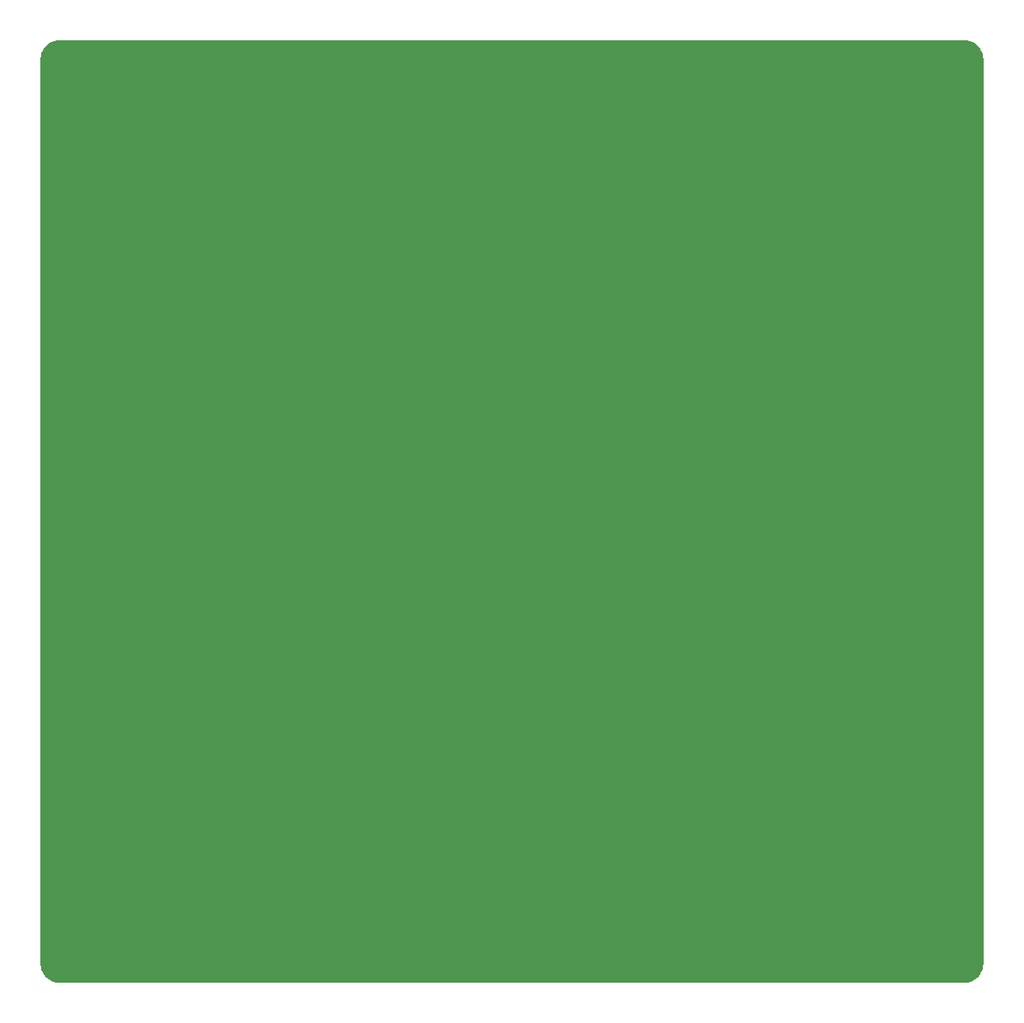
<source format=gbr>
%TF.GenerationSoftware,KiCad,Pcbnew,6.0.1-79c1e3a40b~116~ubuntu20.04.1*%
%TF.CreationDate,2022-01-27T21:08:30+01:00*%
%TF.ProjectId,base,62617365-2e6b-4696-9361-645f70636258,1*%
%TF.SameCoordinates,Original*%
%TF.FileFunction,Soldermask,Top*%
%TF.FilePolarity,Negative*%
%FSLAX46Y46*%
G04 Gerber Fmt 4.6, Leading zero omitted, Abs format (unit mm)*
G04 Created by KiCad (PCBNEW 6.0.1-79c1e3a40b~116~ubuntu20.04.1) date 2022-01-27 21:08:30*
%MOMM*%
%LPD*%
G01*
G04 APERTURE LIST*
%ADD10C,3.400000*%
G04 APERTURE END LIST*
D10*
%TO.C,REF\u002A\u002A*%
X124000000Y-129000000D03*
%TD*%
%TO.C,REF\u002A\u002A*%
X154000000Y-134000000D03*
%TD*%
%TO.C,REF\u002A\u002A*%
X104000000Y-99000000D03*
%TD*%
%TO.C,REF\u002A\u002A*%
X169000000Y-74000000D03*
%TD*%
%TO.C,REF\u002A\u002A*%
X99000000Y-64000000D03*
%TD*%
%TO.C,REF\u002A\u002A*%
X104000000Y-144000000D03*
%TD*%
%TO.C,REF\u002A\u002A*%
X144000000Y-84000000D03*
%TD*%
%TO.C,REF\u002A\u002A*%
X134000000Y-84000000D03*
%TD*%
%TO.C,REF\u002A\u002A*%
X154000000Y-84000000D03*
%TD*%
%TO.C,REF\u002A\u002A*%
X179000000Y-134000000D03*
%TD*%
%TO.C,REF\u002A\u002A*%
X194000000Y-144000000D03*
%TD*%
%TO.C,REF\u002A\u002A*%
X169000000Y-54000000D03*
%TD*%
%TO.C,REF\u002A\u002A*%
X119000000Y-114000000D03*
%TD*%
%TO.C,REF\u002A\u002A*%
X99000000Y-124000000D03*
%TD*%
%TO.C,REF\u002A\u002A*%
X189000000Y-64000000D03*
%TD*%
%TO.C,REF\u002A\u002A*%
X134000000Y-79000000D03*
%TD*%
%TO.C,REF\u002A\u002A*%
X184000000Y-104000000D03*
%TD*%
%TO.C,REF\u002A\u002A*%
X99000000Y-144000000D03*
%TD*%
%TO.C,REF\u002A\u002A*%
X99000000Y-74000000D03*
%TD*%
%TO.C,REF\u002A\u002A*%
X144000000Y-59000000D03*
%TD*%
%TO.C,REF\u002A\u002A*%
X194000000Y-124000000D03*
%TD*%
%TO.C,REF\u002A\u002A*%
X184000000Y-99000000D03*
%TD*%
%TO.C,REF\u002A\u002A*%
X124000000Y-59000000D03*
%TD*%
%TO.C,REF\u002A\u002A*%
X149000000Y-54000000D03*
%TD*%
%TO.C,REF\u002A\u002A*%
X139000000Y-94000000D03*
%TD*%
%TO.C,REF\u002A\u002A*%
X129000000Y-89000000D03*
%TD*%
%TO.C,REF\u002A\u002A*%
X179000000Y-99000000D03*
%TD*%
%TO.C,REF\u002A\u002A*%
X104000000Y-94000000D03*
%TD*%
%TO.C,REF\u002A\u002A*%
X189000000Y-124000000D03*
%TD*%
%TO.C,REF\u002A\u002A*%
X174000000Y-144000000D03*
%TD*%
%TO.C,REF\u002A\u002A*%
X159000000Y-84000000D03*
%TD*%
%TO.C,REF\u002A\u002A*%
X149000000Y-49000000D03*
%TD*%
%TO.C,REF\u002A\u002A*%
X144000000Y-119000000D03*
%TD*%
%TO.C,REF\u002A\u002A*%
X184000000Y-139000000D03*
%TD*%
%TO.C,REF\u002A\u002A*%
X164000000Y-104000000D03*
%TD*%
%TO.C,REF\u002A\u002A*%
X99000000Y-49000000D03*
%TD*%
%TO.C,REF\u002A\u002A*%
X109000000Y-89000000D03*
%TD*%
%TO.C,REF\u002A\u002A*%
X189000000Y-89000000D03*
%TD*%
%TO.C,REF\u002A\u002A*%
X164000000Y-94000000D03*
%TD*%
%TO.C,REF\u002A\u002A*%
X154000000Y-109000000D03*
%TD*%
%TO.C,REF\u002A\u002A*%
X134000000Y-89000000D03*
%TD*%
%TO.C,REF\u002A\u002A*%
X144000000Y-74000000D03*
%TD*%
%TO.C,REF\u002A\u002A*%
X144000000Y-54000000D03*
%TD*%
%TO.C,REF\u002A\u002A*%
X114000000Y-129000000D03*
%TD*%
%TO.C,REF\u002A\u002A*%
X124000000Y-134000000D03*
%TD*%
%TO.C,REF\u002A\u002A*%
X139000000Y-134000000D03*
%TD*%
%TO.C,REF\u002A\u002A*%
X169000000Y-124000000D03*
%TD*%
%TO.C,REF\u002A\u002A*%
X134000000Y-114000000D03*
%TD*%
%TO.C,REF\u002A\u002A*%
X99000000Y-129000000D03*
%TD*%
%TO.C,REF\u002A\u002A*%
X139000000Y-129000000D03*
%TD*%
%TO.C,REF\u002A\u002A*%
X104000000Y-79000000D03*
%TD*%
%TO.C,REF\u002A\u002A*%
X189000000Y-74000000D03*
%TD*%
%TO.C,REF\u002A\u002A*%
X189000000Y-139000000D03*
%TD*%
%TO.C,REF\u002A\u002A*%
X104000000Y-74000000D03*
%TD*%
%TO.C,REF\u002A\u002A*%
X109000000Y-64000000D03*
%TD*%
%TO.C,REF\u002A\u002A*%
X184000000Y-79000000D03*
%TD*%
%TO.C,REF\u002A\u002A*%
X99000000Y-54000000D03*
%TD*%
%TO.C,REF\u002A\u002A*%
X124000000Y-124000000D03*
%TD*%
%TO.C,REF\u002A\u002A*%
X104000000Y-69000000D03*
%TD*%
%TO.C,REF\u002A\u002A*%
X179000000Y-94000000D03*
%TD*%
%TO.C,REF\u002A\u002A*%
X174000000Y-134000000D03*
%TD*%
%TO.C,REF\u002A\u002A*%
X154000000Y-79000000D03*
%TD*%
%TO.C,REF\u002A\u002A*%
X194000000Y-64000000D03*
%TD*%
%TO.C,REF\u002A\u002A*%
X174000000Y-129000000D03*
%TD*%
%TO.C,REF\u002A\u002A*%
X184000000Y-69000000D03*
%TD*%
%TO.C,REF\u002A\u002A*%
X109000000Y-49000000D03*
%TD*%
%TO.C,REF\u002A\u002A*%
X134000000Y-74000000D03*
%TD*%
%TO.C,REF\u002A\u002A*%
X134000000Y-109000000D03*
%TD*%
%TO.C,REF\u002A\u002A*%
X124000000Y-99000000D03*
%TD*%
%TO.C,REF\u002A\u002A*%
X134000000Y-129000000D03*
%TD*%
%TO.C,REF\u002A\u002A*%
X119000000Y-59000000D03*
%TD*%
%TO.C,REF\u002A\u002A*%
X129000000Y-129000000D03*
%TD*%
%TO.C,REF\u002A\u002A*%
X149000000Y-119000000D03*
%TD*%
%TO.C,REF\u002A\u002A*%
X184000000Y-94000000D03*
%TD*%
%TO.C,REF\u002A\u002A*%
X124000000Y-104000000D03*
%TD*%
%TO.C,REF\u002A\u002A*%
X144000000Y-94000000D03*
%TD*%
%TO.C,REF\u002A\u002A*%
X154000000Y-119000000D03*
%TD*%
%TO.C,REF\u002A\u002A*%
X134000000Y-54000000D03*
%TD*%
%TO.C,REF\u002A\u002A*%
X144000000Y-124000000D03*
%TD*%
%TO.C,REF\u002A\u002A*%
X139000000Y-54000000D03*
%TD*%
%TO.C,REF\u002A\u002A*%
X139000000Y-99000000D03*
%TD*%
%TO.C,REF\u002A\u002A*%
X104000000Y-119000000D03*
%TD*%
%TO.C,REF\u002A\u002A*%
X154000000Y-69000000D03*
%TD*%
%TO.C,REF\u002A\u002A*%
X159000000Y-64000000D03*
%TD*%
%TO.C,REF\u002A\u002A*%
X124000000Y-79000000D03*
%TD*%
%TO.C,REF\u002A\u002A*%
X104000000Y-84000000D03*
%TD*%
%TO.C,REF\u002A\u002A*%
X194000000Y-84000000D03*
%TD*%
%TO.C,REF\u002A\u002A*%
X189000000Y-119000000D03*
%TD*%
%TO.C,REF\u002A\u002A*%
X129000000Y-119000000D03*
%TD*%
%TO.C,REF\u002A\u002A*%
X109000000Y-129000000D03*
%TD*%
%TO.C,REF\u002A\u002A*%
X139000000Y-84000000D03*
%TD*%
%TO.C,REF\u002A\u002A*%
X174000000Y-69000000D03*
%TD*%
%TO.C,REF\u002A\u002A*%
X164000000Y-59000000D03*
%TD*%
%TO.C,REF\u002A\u002A*%
X149000000Y-144000000D03*
%TD*%
%TO.C,REF\u002A\u002A*%
X109000000Y-69000000D03*
%TD*%
%TO.C,REF\u002A\u002A*%
X149000000Y-124000000D03*
%TD*%
%TO.C,REF\u002A\u002A*%
X184000000Y-109000000D03*
%TD*%
%TO.C,REF\u002A\u002A*%
X189000000Y-144000000D03*
%TD*%
%TO.C,REF\u002A\u002A*%
X184000000Y-49000000D03*
%TD*%
%TO.C,REF\u002A\u002A*%
X194000000Y-74000000D03*
%TD*%
%TO.C,REF\u002A\u002A*%
X134000000Y-119000000D03*
%TD*%
%TO.C,REF\u002A\u002A*%
X149000000Y-79000000D03*
%TD*%
%TO.C,REF\u002A\u002A*%
X179000000Y-104000000D03*
%TD*%
%TO.C,REF\u002A\u002A*%
X174000000Y-139000000D03*
%TD*%
%TO.C,REF\u002A\u002A*%
X189000000Y-94000000D03*
%TD*%
%TO.C,REF\u002A\u002A*%
X184000000Y-64000000D03*
%TD*%
%TO.C,REF\u002A\u002A*%
X194000000Y-109000000D03*
%TD*%
%TO.C,REF\u002A\u002A*%
X119000000Y-99000000D03*
%TD*%
%TO.C,REF\u002A\u002A*%
X159000000Y-129000000D03*
%TD*%
%TO.C,REF\u002A\u002A*%
X184000000Y-84000000D03*
%TD*%
%TO.C,REF\u002A\u002A*%
X189000000Y-134000000D03*
%TD*%
%TO.C,REF\u002A\u002A*%
X144000000Y-114000000D03*
%TD*%
%TO.C,REF\u002A\u002A*%
X174000000Y-64000000D03*
%TD*%
%TO.C,REF\u002A\u002A*%
X144000000Y-64000000D03*
%TD*%
%TO.C,REF\u002A\u002A*%
X164000000Y-114000000D03*
%TD*%
%TO.C,REF\u002A\u002A*%
X114000000Y-104000000D03*
%TD*%
%TO.C,REF\u002A\u002A*%
X189000000Y-99000000D03*
%TD*%
%TO.C,REF\u002A\u002A*%
X159000000Y-59000000D03*
%TD*%
%TO.C,REF\u002A\u002A*%
X139000000Y-89000000D03*
%TD*%
%TO.C,REF\u002A\u002A*%
X104000000Y-124000000D03*
%TD*%
%TO.C,REF\u002A\u002A*%
X99000000Y-139000000D03*
%TD*%
%TO.C,REF\u002A\u002A*%
X104000000Y-49000000D03*
%TD*%
%TO.C,REF\u002A\u002A*%
X149000000Y-89000000D03*
%TD*%
%TO.C,REF\u002A\u002A*%
X159000000Y-124000000D03*
%TD*%
%TO.C,REF\u002A\u002A*%
X139000000Y-139000000D03*
%TD*%
%TO.C,REF\u002A\u002A*%
X169000000Y-89000000D03*
%TD*%
%TO.C,REF\u002A\u002A*%
X159000000Y-139000000D03*
%TD*%
%TO.C,REF\u002A\u002A*%
X124000000Y-109000000D03*
%TD*%
%TO.C,REF\u002A\u002A*%
X134000000Y-69000000D03*
%TD*%
%TO.C,REF\u002A\u002A*%
X109000000Y-94000000D03*
%TD*%
%TO.C,REF\u002A\u002A*%
X169000000Y-109000000D03*
%TD*%
%TO.C,REF\u002A\u002A*%
X129000000Y-64000000D03*
%TD*%
%TO.C,REF\u002A\u002A*%
X139000000Y-144000000D03*
%TD*%
%TO.C,REF\u002A\u002A*%
X129000000Y-109000000D03*
%TD*%
%TO.C,REF\u002A\u002A*%
X99000000Y-89000000D03*
%TD*%
%TO.C,REF\u002A\u002A*%
X119000000Y-124000000D03*
%TD*%
%TO.C,REF\u002A\u002A*%
X149000000Y-134000000D03*
%TD*%
%TO.C,REF\u002A\u002A*%
X179000000Y-109000000D03*
%TD*%
%TO.C,REF\u002A\u002A*%
X169000000Y-144000000D03*
%TD*%
%TO.C,REF\u002A\u002A*%
X184000000Y-124000000D03*
%TD*%
%TO.C,REF\u002A\u002A*%
X144000000Y-144000000D03*
%TD*%
%TO.C,REF\u002A\u002A*%
X149000000Y-69000000D03*
%TD*%
%TO.C,REF\u002A\u002A*%
X174000000Y-59000000D03*
%TD*%
%TO.C,REF\u002A\u002A*%
X169000000Y-99000000D03*
%TD*%
%TO.C,REF\u002A\u002A*%
X119000000Y-129000000D03*
%TD*%
%TO.C,REF\u002A\u002A*%
X119000000Y-94000000D03*
%TD*%
%TO.C,REF\u002A\u002A*%
X149000000Y-84000000D03*
%TD*%
%TO.C,REF\u002A\u002A*%
X139000000Y-59000000D03*
%TD*%
%TO.C,REF\u002A\u002A*%
X179000000Y-49000000D03*
%TD*%
%TO.C,REF\u002A\u002A*%
X184000000Y-129000000D03*
%TD*%
%TO.C,REF\u002A\u002A*%
X144000000Y-79000000D03*
%TD*%
%TO.C,REF\u002A\u002A*%
X119000000Y-144000000D03*
%TD*%
%TO.C,REF\u002A\u002A*%
X124000000Y-89000000D03*
%TD*%
%TO.C,REF\u002A\u002A*%
X154000000Y-49000000D03*
%TD*%
%TO.C,REF\u002A\u002A*%
X154000000Y-99000000D03*
%TD*%
%TO.C,REF\u002A\u002A*%
X144000000Y-139000000D03*
%TD*%
%TO.C,REF\u002A\u002A*%
X164000000Y-69000000D03*
%TD*%
%TO.C,REF\u002A\u002A*%
X119000000Y-49000000D03*
%TD*%
%TO.C,REF\u002A\u002A*%
X124000000Y-74000000D03*
%TD*%
%TO.C,REF\u002A\u002A*%
X154000000Y-139000000D03*
%TD*%
%TO.C,REF\u002A\u002A*%
X194000000Y-104000000D03*
%TD*%
%TO.C,REF\u002A\u002A*%
X114000000Y-109000000D03*
%TD*%
%TO.C,REF\u002A\u002A*%
X109000000Y-124000000D03*
%TD*%
%TO.C,REF\u002A\u002A*%
X109000000Y-104000000D03*
%TD*%
%TO.C,REF\u002A\u002A*%
X154000000Y-59000000D03*
%TD*%
%TO.C,REF\u002A\u002A*%
X119000000Y-109000000D03*
%TD*%
%TO.C,REF\u002A\u002A*%
X184000000Y-89000000D03*
%TD*%
%TO.C,REF\u002A\u002A*%
X159000000Y-94000000D03*
%TD*%
%TO.C,REF\u002A\u002A*%
X189000000Y-79000000D03*
%TD*%
%TO.C,REF\u002A\u002A*%
X114000000Y-134000000D03*
%TD*%
%TO.C,REF\u002A\u002A*%
X169000000Y-134000000D03*
%TD*%
%TO.C,REF\u002A\u002A*%
X139000000Y-124000000D03*
%TD*%
%TO.C,REF\u002A\u002A*%
X114000000Y-74000000D03*
%TD*%
%TO.C,REF\u002A\u002A*%
X119000000Y-84000000D03*
%TD*%
%TO.C,REF\u002A\u002A*%
X179000000Y-129000000D03*
%TD*%
%TO.C,REF\u002A\u002A*%
X99000000Y-84000000D03*
%TD*%
%TO.C,REF\u002A\u002A*%
X194000000Y-99000000D03*
%TD*%
%TO.C,REF\u002A\u002A*%
X174000000Y-119000000D03*
%TD*%
%TO.C,REF\u002A\u002A*%
X189000000Y-49000000D03*
%TD*%
%TO.C,REF\u002A\u002A*%
X169000000Y-69000000D03*
%TD*%
%TO.C,REF\u002A\u002A*%
X164000000Y-89000000D03*
%TD*%
%TO.C,REF\u002A\u002A*%
X184000000Y-74000000D03*
%TD*%
%TO.C,REF\u002A\u002A*%
X139000000Y-114000000D03*
%TD*%
%TO.C,REF\u002A\u002A*%
X149000000Y-104000000D03*
%TD*%
%TO.C,REF\u002A\u002A*%
X169000000Y-114000000D03*
%TD*%
%TO.C,REF\u002A\u002A*%
X109000000Y-79000000D03*
%TD*%
%TO.C,REF\u002A\u002A*%
X159000000Y-144000000D03*
%TD*%
%TO.C,REF\u002A\u002A*%
X159000000Y-119000000D03*
%TD*%
%TO.C,REF\u002A\u002A*%
X194000000Y-119000000D03*
%TD*%
%TO.C,REF\u002A\u002A*%
X109000000Y-144000000D03*
%TD*%
%TO.C,REF\u002A\u002A*%
X99000000Y-119000000D03*
%TD*%
%TO.C,REF\u002A\u002A*%
X164000000Y-99000000D03*
%TD*%
%TO.C,REF\u002A\u002A*%
X119000000Y-74000000D03*
%TD*%
%TO.C,REF\u002A\u002A*%
X179000000Y-69000000D03*
%TD*%
%TO.C,REF\u002A\u002A*%
X174000000Y-94000000D03*
%TD*%
%TO.C,REF\u002A\u002A*%
X164000000Y-119000000D03*
%TD*%
%TO.C,REF\u002A\u002A*%
X159000000Y-69000000D03*
%TD*%
%TO.C,REF\u002A\u002A*%
X134000000Y-99000000D03*
%TD*%
%TO.C,REF\u002A\u002A*%
X114000000Y-119000000D03*
%TD*%
%TO.C,REF\u002A\u002A*%
X114000000Y-124000000D03*
%TD*%
%TO.C,REF\u002A\u002A*%
X169000000Y-64000000D03*
%TD*%
%TO.C,REF\u002A\u002A*%
X174000000Y-84000000D03*
%TD*%
%TO.C,REF\u002A\u002A*%
X164000000Y-64000000D03*
%TD*%
%TO.C,REF\u002A\u002A*%
X104000000Y-104000000D03*
%TD*%
%TO.C,REF\u002A\u002A*%
X194000000Y-94000000D03*
%TD*%
%TO.C,REF\u002A\u002A*%
X184000000Y-54000000D03*
%TD*%
%TO.C,REF\u002A\u002A*%
X99000000Y-134000000D03*
%TD*%
%TO.C,REF\u002A\u002A*%
X174000000Y-104000000D03*
%TD*%
%TO.C,REF\u002A\u002A*%
X194000000Y-69000000D03*
%TD*%
%TO.C,REF\u002A\u002A*%
X114000000Y-59000000D03*
%TD*%
%TO.C,REF\u002A\u002A*%
X164000000Y-54000000D03*
%TD*%
%TO.C,REF\u002A\u002A*%
X174000000Y-54000000D03*
%TD*%
%TO.C,REF\u002A\u002A*%
X109000000Y-74000000D03*
%TD*%
%TO.C,REF\u002A\u002A*%
X159000000Y-104000000D03*
%TD*%
%TO.C,REF\u002A\u002A*%
X109000000Y-114000000D03*
%TD*%
%TO.C,REF\u002A\u002A*%
X109000000Y-59000000D03*
%TD*%
%TO.C,REF\u002A\u002A*%
X184000000Y-134000000D03*
%TD*%
%TO.C,REF\u002A\u002A*%
X134000000Y-49000000D03*
%TD*%
%TO.C,REF\u002A\u002A*%
X149000000Y-74000000D03*
%TD*%
%TO.C,REF\u002A\u002A*%
X124000000Y-94000000D03*
%TD*%
%TO.C,REF\u002A\u002A*%
X119000000Y-134000000D03*
%TD*%
%TO.C,REF\u002A\u002A*%
X149000000Y-139000000D03*
%TD*%
%TO.C,REF\u002A\u002A*%
X179000000Y-79000000D03*
%TD*%
%TO.C,REF\u002A\u002A*%
X179000000Y-54000000D03*
%TD*%
%TO.C,REF\u002A\u002A*%
X194000000Y-54000000D03*
%TD*%
%TO.C,REF\u002A\u002A*%
X129000000Y-74000000D03*
%TD*%
%TO.C,REF\u002A\u002A*%
X189000000Y-104000000D03*
%TD*%
%TO.C,REF\u002A\u002A*%
X159000000Y-79000000D03*
%TD*%
%TO.C,REF\u002A\u002A*%
X164000000Y-124000000D03*
%TD*%
%TO.C,REF\u002A\u002A*%
X194000000Y-134000000D03*
%TD*%
%TO.C,REF\u002A\u002A*%
X179000000Y-119000000D03*
%TD*%
%TO.C,REF\u002A\u002A*%
X169000000Y-94000000D03*
%TD*%
%TO.C,REF\u002A\u002A*%
X104000000Y-54000000D03*
%TD*%
%TO.C,REF\u002A\u002A*%
X134000000Y-94000000D03*
%TD*%
%TO.C,REF\u002A\u002A*%
X159000000Y-109000000D03*
%TD*%
%TO.C,REF\u002A\u002A*%
X124000000Y-84000000D03*
%TD*%
%TO.C,REF\u002A\u002A*%
X119000000Y-104000000D03*
%TD*%
%TO.C,REF\u002A\u002A*%
X114000000Y-89000000D03*
%TD*%
%TO.C,REF\u002A\u002A*%
X144000000Y-89000000D03*
%TD*%
%TO.C,REF\u002A\u002A*%
X134000000Y-59000000D03*
%TD*%
%TO.C,REF\u002A\u002A*%
X184000000Y-114000000D03*
%TD*%
%TO.C,REF\u002A\u002A*%
X174000000Y-79000000D03*
%TD*%
%TO.C,REF\u002A\u002A*%
X179000000Y-124000000D03*
%TD*%
%TO.C,REF\u002A\u002A*%
X144000000Y-69000000D03*
%TD*%
%TO.C,REF\u002A\u002A*%
X144000000Y-134000000D03*
%TD*%
%TO.C,REF\u002A\u002A*%
X159000000Y-114000000D03*
%TD*%
%TO.C,REF\u002A\u002A*%
X174000000Y-124000000D03*
%TD*%
%TO.C,REF\u002A\u002A*%
X134000000Y-124000000D03*
%TD*%
%TO.C,REF\u002A\u002A*%
X184000000Y-144000000D03*
%TD*%
%TO.C,REF\u002A\u002A*%
X194000000Y-114000000D03*
%TD*%
%TO.C,REF\u002A\u002A*%
X119000000Y-89000000D03*
%TD*%
%TO.C,REF\u002A\u002A*%
X169000000Y-104000000D03*
%TD*%
%TO.C,REF\u002A\u002A*%
X124000000Y-54000000D03*
%TD*%
%TO.C,REF\u002A\u002A*%
X154000000Y-104000000D03*
%TD*%
%TO.C,REF\u002A\u002A*%
X179000000Y-114000000D03*
%TD*%
%TO.C,REF\u002A\u002A*%
X124000000Y-69000000D03*
%TD*%
%TO.C,REF\u002A\u002A*%
X129000000Y-59000000D03*
%TD*%
%TO.C,REF\u002A\u002A*%
X194000000Y-129000000D03*
%TD*%
%TO.C,REF\u002A\u002A*%
X119000000Y-139000000D03*
%TD*%
%TO.C,REF\u002A\u002A*%
X154000000Y-129000000D03*
%TD*%
%TO.C,REF\u002A\u002A*%
X194000000Y-89000000D03*
%TD*%
%TO.C,REF\u002A\u002A*%
X114000000Y-54000000D03*
%TD*%
%TO.C,REF\u002A\u002A*%
X174000000Y-74000000D03*
%TD*%
%TO.C,REF\u002A\u002A*%
X119000000Y-119000000D03*
%TD*%
%TO.C,REF\u002A\u002A*%
X174000000Y-109000000D03*
%TD*%
%TO.C,REF\u002A\u002A*%
X104000000Y-64000000D03*
%TD*%
%TO.C,REF\u002A\u002A*%
X104000000Y-129000000D03*
%TD*%
%TO.C,REF\u002A\u002A*%
X119000000Y-79000000D03*
%TD*%
%TO.C,REF\u002A\u002A*%
X194000000Y-59000000D03*
%TD*%
%TO.C,REF\u002A\u002A*%
X159000000Y-89000000D03*
%TD*%
%TO.C,REF\u002A\u002A*%
X154000000Y-114000000D03*
%TD*%
%TO.C,REF\u002A\u002A*%
X169000000Y-129000000D03*
%TD*%
%TO.C,REF\u002A\u002A*%
X159000000Y-99000000D03*
%TD*%
%TO.C,REF\u002A\u002A*%
X114000000Y-49000000D03*
%TD*%
%TO.C,REF\u002A\u002A*%
X174000000Y-49000000D03*
%TD*%
%TO.C,REF\u002A\u002A*%
X154000000Y-94000000D03*
%TD*%
%TO.C,REF\u002A\u002A*%
X169000000Y-119000000D03*
%TD*%
%TO.C,REF\u002A\u002A*%
X194000000Y-49000000D03*
%TD*%
%TO.C,REF\u002A\u002A*%
X129000000Y-54000000D03*
%TD*%
%TO.C,REF\u002A\u002A*%
X184000000Y-59000000D03*
%TD*%
%TO.C,REF\u002A\u002A*%
X179000000Y-74000000D03*
%TD*%
%TO.C,REF\u002A\u002A*%
X99000000Y-79000000D03*
%TD*%
%TO.C,REF\u002A\u002A*%
X114000000Y-139000000D03*
%TD*%
%TO.C,REF\u002A\u002A*%
X189000000Y-109000000D03*
%TD*%
%TO.C,REF\u002A\u002A*%
X114000000Y-84000000D03*
%TD*%
%TO.C,REF\u002A\u002A*%
X109000000Y-119000000D03*
%TD*%
%TO.C,REF\u002A\u002A*%
X104000000Y-109000000D03*
%TD*%
%TO.C,REF\u002A\u002A*%
X159000000Y-74000000D03*
%TD*%
%TO.C,REF\u002A\u002A*%
X129000000Y-114000000D03*
%TD*%
%TO.C,REF\u002A\u002A*%
X169000000Y-84000000D03*
%TD*%
%TO.C,REF\u002A\u002A*%
X174000000Y-99000000D03*
%TD*%
%TO.C,REF\u002A\u002A*%
X99000000Y-94000000D03*
%TD*%
%TO.C,REF\u002A\u002A*%
X154000000Y-144000000D03*
%TD*%
%TO.C,REF\u002A\u002A*%
X124000000Y-64000000D03*
%TD*%
%TO.C,REF\u002A\u002A*%
X144000000Y-109000000D03*
%TD*%
%TO.C,REF\u002A\u002A*%
X134000000Y-139000000D03*
%TD*%
%TO.C,REF\u002A\u002A*%
X129000000Y-104000000D03*
%TD*%
%TO.C,REF\u002A\u002A*%
X149000000Y-99000000D03*
%TD*%
%TO.C,REF\u002A\u002A*%
X119000000Y-64000000D03*
%TD*%
%TO.C,REF\u002A\u002A*%
X149000000Y-109000000D03*
%TD*%
%TO.C,REF\u002A\u002A*%
X169000000Y-59000000D03*
%TD*%
%TO.C,REF\u002A\u002A*%
X154000000Y-124000000D03*
%TD*%
%TO.C,REF\u002A\u002A*%
X99000000Y-99000000D03*
%TD*%
%TO.C,REF\u002A\u002A*%
X114000000Y-114000000D03*
%TD*%
%TO.C,REF\u002A\u002A*%
X114000000Y-144000000D03*
%TD*%
%TO.C,REF\u002A\u002A*%
X139000000Y-119000000D03*
%TD*%
%TO.C,REF\u002A\u002A*%
X129000000Y-49000000D03*
%TD*%
%TO.C,REF\u002A\u002A*%
X129000000Y-124000000D03*
%TD*%
%TO.C,REF\u002A\u002A*%
X134000000Y-104000000D03*
%TD*%
%TO.C,REF\u002A\u002A*%
X129000000Y-99000000D03*
%TD*%
%TO.C,REF\u002A\u002A*%
X129000000Y-94000000D03*
%TD*%
%TO.C,REF\u002A\u002A*%
X179000000Y-139000000D03*
%TD*%
%TO.C,REF\u002A\u002A*%
X99000000Y-69000000D03*
%TD*%
%TO.C,REF\u002A\u002A*%
X149000000Y-64000000D03*
%TD*%
%TO.C,REF\u002A\u002A*%
X164000000Y-129000000D03*
%TD*%
%TO.C,REF\u002A\u002A*%
X164000000Y-84000000D03*
%TD*%
%TO.C,REF\u002A\u002A*%
X149000000Y-59000000D03*
%TD*%
%TO.C,REF\u002A\u002A*%
X109000000Y-109000000D03*
%TD*%
%TO.C,REF\u002A\u002A*%
X189000000Y-54000000D03*
%TD*%
%TO.C,REF\u002A\u002A*%
X164000000Y-49000000D03*
%TD*%
%TO.C,REF\u002A\u002A*%
X174000000Y-114000000D03*
%TD*%
%TO.C,REF\u002A\u002A*%
X99000000Y-59000000D03*
%TD*%
%TO.C,REF\u002A\u002A*%
X124000000Y-49000000D03*
%TD*%
%TO.C,REF\u002A\u002A*%
X134000000Y-134000000D03*
%TD*%
%TO.C,REF\u002A\u002A*%
X149000000Y-114000000D03*
%TD*%
%TO.C,REF\u002A\u002A*%
X139000000Y-104000000D03*
%TD*%
%TO.C,REF\u002A\u002A*%
X114000000Y-99000000D03*
%TD*%
%TO.C,REF\u002A\u002A*%
X139000000Y-79000000D03*
%TD*%
%TO.C,REF\u002A\u002A*%
X99000000Y-109000000D03*
%TD*%
%TO.C,REF\u002A\u002A*%
X164000000Y-144000000D03*
%TD*%
%TO.C,REF\u002A\u002A*%
X154000000Y-54000000D03*
%TD*%
%TO.C,REF\u002A\u002A*%
X144000000Y-99000000D03*
%TD*%
%TO.C,REF\u002A\u002A*%
X154000000Y-64000000D03*
%TD*%
%TO.C,REF\u002A\u002A*%
X139000000Y-74000000D03*
%TD*%
%TO.C,REF\u002A\u002A*%
X124000000Y-139000000D03*
%TD*%
%TO.C,REF\u002A\u002A*%
X134000000Y-144000000D03*
%TD*%
%TO.C,REF\u002A\u002A*%
X124000000Y-114000000D03*
%TD*%
%TO.C,REF\u002A\u002A*%
X129000000Y-69000000D03*
%TD*%
%TO.C,REF\u002A\u002A*%
X114000000Y-94000000D03*
%TD*%
%TO.C,REF\u002A\u002A*%
X104000000Y-59000000D03*
%TD*%
%TO.C,REF\u002A\u002A*%
X119000000Y-54000000D03*
%TD*%
%TO.C,REF\u002A\u002A*%
X129000000Y-144000000D03*
%TD*%
%TO.C,REF\u002A\u002A*%
X169000000Y-139000000D03*
%TD*%
%TO.C,REF\u002A\u002A*%
X129000000Y-134000000D03*
%TD*%
%TO.C,REF\u002A\u002A*%
X99000000Y-104000000D03*
%TD*%
%TO.C,REF\u002A\u002A*%
X179000000Y-89000000D03*
%TD*%
%TO.C,REF\u002A\u002A*%
X104000000Y-114000000D03*
%TD*%
%TO.C,REF\u002A\u002A*%
X159000000Y-134000000D03*
%TD*%
%TO.C,REF\u002A\u002A*%
X104000000Y-89000000D03*
%TD*%
%TO.C,REF\u002A\u002A*%
X164000000Y-79000000D03*
%TD*%
%TO.C,REF\u002A\u002A*%
X109000000Y-99000000D03*
%TD*%
%TO.C,REF\u002A\u002A*%
X144000000Y-104000000D03*
%TD*%
%TO.C,REF\u002A\u002A*%
X164000000Y-109000000D03*
%TD*%
%TO.C,REF\u002A\u002A*%
X129000000Y-79000000D03*
%TD*%
%TO.C,REF\u002A\u002A*%
X114000000Y-69000000D03*
%TD*%
%TO.C,REF\u002A\u002A*%
X169000000Y-79000000D03*
%TD*%
%TO.C,REF\u002A\u002A*%
X139000000Y-64000000D03*
%TD*%
%TO.C,REF\u002A\u002A*%
X139000000Y-69000000D03*
%TD*%
%TO.C,REF\u002A\u002A*%
X164000000Y-139000000D03*
%TD*%
%TO.C,REF\u002A\u002A*%
X154000000Y-74000000D03*
%TD*%
%TO.C,REF\u002A\u002A*%
X189000000Y-59000000D03*
%TD*%
%TO.C,REF\u002A\u002A*%
X164000000Y-134000000D03*
%TD*%
%TO.C,REF\u002A\u002A*%
X149000000Y-94000000D03*
%TD*%
%TO.C,REF\u002A\u002A*%
X109000000Y-54000000D03*
%TD*%
%TO.C,REF\u002A\u002A*%
X144000000Y-129000000D03*
%TD*%
%TO.C,REF\u002A\u002A*%
X189000000Y-84000000D03*
%TD*%
%TO.C,REF\u002A\u002A*%
X184000000Y-119000000D03*
%TD*%
%TO.C,REF\u002A\u002A*%
X159000000Y-49000000D03*
%TD*%
%TO.C,REF\u002A\u002A*%
X174000000Y-89000000D03*
%TD*%
%TO.C,REF\u002A\u002A*%
X124000000Y-119000000D03*
%TD*%
%TO.C,REF\u002A\u002A*%
X179000000Y-144000000D03*
%TD*%
%TO.C,REF\u002A\u002A*%
X189000000Y-114000000D03*
%TD*%
%TO.C,REF\u002A\u002A*%
X134000000Y-64000000D03*
%TD*%
%TO.C,REF\u002A\u002A*%
X179000000Y-59000000D03*
%TD*%
%TO.C,REF\u002A\u002A*%
X114000000Y-64000000D03*
%TD*%
%TO.C,REF\u002A\u002A*%
X119000000Y-69000000D03*
%TD*%
%TO.C,REF\u002A\u002A*%
X149000000Y-129000000D03*
%TD*%
%TO.C,REF\u002A\u002A*%
X109000000Y-84000000D03*
%TD*%
%TO.C,REF\u002A\u002A*%
X139000000Y-109000000D03*
%TD*%
%TO.C,REF\u002A\u002A*%
X194000000Y-139000000D03*
%TD*%
%TO.C,REF\u002A\u002A*%
X114000000Y-79000000D03*
%TD*%
%TO.C,REF\u002A\u002A*%
X139000000Y-49000000D03*
%TD*%
%TO.C,REF\u002A\u002A*%
X164000000Y-74000000D03*
%TD*%
%TO.C,REF\u002A\u002A*%
X99000000Y-114000000D03*
%TD*%
%TO.C,REF\u002A\u002A*%
X189000000Y-69000000D03*
%TD*%
%TO.C,REF\u002A\u002A*%
X189000000Y-129000000D03*
%TD*%
%TO.C,REF\u002A\u002A*%
X129000000Y-84000000D03*
%TD*%
%TO.C,REF\u002A\u002A*%
X169000000Y-49000000D03*
%TD*%
%TO.C,REF\u002A\u002A*%
X154000000Y-89000000D03*
%TD*%
%TO.C,REF\u002A\u002A*%
X194000000Y-79000000D03*
%TD*%
%TO.C,REF\u002A\u002A*%
X129000000Y-139000000D03*
%TD*%
%TO.C,REF\u002A\u002A*%
X124000000Y-144000000D03*
%TD*%
%TO.C,REF\u002A\u002A*%
X144000000Y-49000000D03*
%TD*%
%TO.C,REF\u002A\u002A*%
X179000000Y-64000000D03*
%TD*%
%TO.C,REF\u002A\u002A*%
X159000000Y-54000000D03*
%TD*%
%TO.C,REF\u002A\u002A*%
X179000000Y-84000000D03*
%TD*%
G36*
X194004487Y-47000321D02*
G01*
X194275645Y-47019714D01*
X194293440Y-47022273D01*
X194554654Y-47079097D01*
X194571903Y-47084161D01*
X194822386Y-47177586D01*
X194838740Y-47185055D01*
X195073375Y-47313176D01*
X195088498Y-47322895D01*
X195302511Y-47483103D01*
X195316097Y-47494876D01*
X195505124Y-47683903D01*
X195516897Y-47697489D01*
X195677105Y-47911502D01*
X195686824Y-47926625D01*
X195814945Y-48161260D01*
X195822414Y-48177614D01*
X195915839Y-48428097D01*
X195920903Y-48445346D01*
X195977727Y-48706560D01*
X195980286Y-48724355D01*
X195999679Y-48995513D01*
X196000000Y-49004501D01*
X196000000Y-143995499D01*
X195999679Y-144004487D01*
X195980286Y-144275645D01*
X195977727Y-144293440D01*
X195920903Y-144554654D01*
X195915839Y-144571903D01*
X195822414Y-144822386D01*
X195814945Y-144838740D01*
X195686824Y-145073375D01*
X195677105Y-145088498D01*
X195516897Y-145302511D01*
X195505124Y-145316097D01*
X195316097Y-145505124D01*
X195302511Y-145516897D01*
X195088498Y-145677105D01*
X195073375Y-145686824D01*
X194838740Y-145814945D01*
X194822386Y-145822414D01*
X194571903Y-145915839D01*
X194554654Y-145920904D01*
X194355988Y-145964121D01*
X194329205Y-145967000D01*
X98670795Y-145967000D01*
X98644012Y-145964121D01*
X98445346Y-145920904D01*
X98428097Y-145915839D01*
X98177614Y-145822414D01*
X98161260Y-145814945D01*
X97926625Y-145686824D01*
X97911502Y-145677105D01*
X97697489Y-145516897D01*
X97683903Y-145505124D01*
X97494876Y-145316097D01*
X97483103Y-145302511D01*
X97322895Y-145088498D01*
X97313176Y-145073375D01*
X97185055Y-144838740D01*
X97177586Y-144822386D01*
X97084161Y-144571903D01*
X97079097Y-144554654D01*
X97022273Y-144293440D01*
X97019714Y-144275645D01*
X97000321Y-144004487D01*
X97000000Y-143995499D01*
X97000000Y-49004501D01*
X97000321Y-48995513D01*
X97019714Y-48724355D01*
X97022273Y-48706560D01*
X97079097Y-48445346D01*
X97084161Y-48428097D01*
X97177586Y-48177614D01*
X97185055Y-48161260D01*
X97313176Y-47926625D01*
X97322895Y-47911502D01*
X97483103Y-47697489D01*
X97494876Y-47683903D01*
X97683903Y-47494876D01*
X97697489Y-47483103D01*
X97911502Y-47322895D01*
X97926625Y-47313176D01*
X98161260Y-47185055D01*
X98177614Y-47177586D01*
X98428097Y-47084161D01*
X98445346Y-47079097D01*
X98706560Y-47022273D01*
X98724355Y-47019714D01*
X98995513Y-47000321D01*
X99004501Y-47000000D01*
X193995499Y-47000000D01*
X194004487Y-47000321D01*
G37*
M02*

</source>
